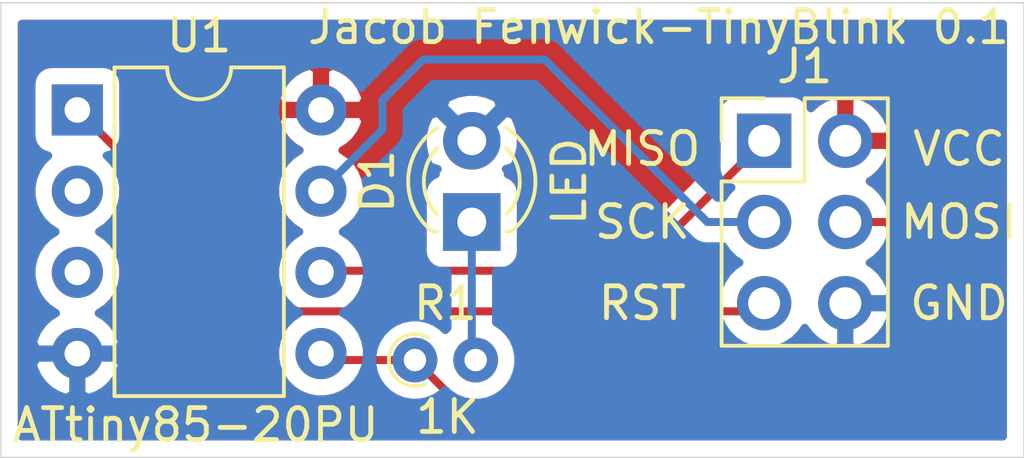
<source format=kicad_pcb>
(kicad_pcb (version 20171130) (host pcbnew "(5.1.8)-1")

  (general
    (thickness 1.6)
    (drawings 14)
    (tracks 28)
    (zones 0)
    (modules 4)
    (nets 10)
  )

  (page A4)
  (layers
    (0 F.Cu signal)
    (31 B.Cu signal)
    (32 B.Adhes user)
    (33 F.Adhes user)
    (34 B.Paste user)
    (35 F.Paste user)
    (36 B.SilkS user)
    (37 F.SilkS user)
    (38 B.Mask user)
    (39 F.Mask user)
    (40 Dwgs.User user)
    (41 Cmts.User user)
    (42 Eco1.User user)
    (43 Eco2.User user)
    (44 Edge.Cuts user)
    (45 Margin user)
    (46 B.CrtYd user)
    (47 F.CrtYd user)
    (48 B.Fab user)
    (49 F.Fab user)
  )

  (setup
    (last_trace_width 0.25)
    (trace_clearance 0.2)
    (zone_clearance 0.508)
    (zone_45_only no)
    (trace_min 0.2)
    (via_size 0.8)
    (via_drill 0.4)
    (via_min_size 0.4)
    (via_min_drill 0.3)
    (uvia_size 0.3)
    (uvia_drill 0.1)
    (uvias_allowed no)
    (uvia_min_size 0.2)
    (uvia_min_drill 0.1)
    (edge_width 0.05)
    (segment_width 0.2)
    (pcb_text_width 0.3)
    (pcb_text_size 1.5 1.5)
    (mod_edge_width 0.12)
    (mod_text_size 1 1)
    (mod_text_width 0.15)
    (pad_size 1.524 1.524)
    (pad_drill 0.762)
    (pad_to_mask_clearance 0)
    (aux_axis_origin 0 0)
    (visible_elements 7FFFEFFF)
    (pcbplotparams
      (layerselection 0x010fc_ffffffff)
      (usegerberextensions false)
      (usegerberattributes true)
      (usegerberadvancedattributes true)
      (creategerberjobfile true)
      (excludeedgelayer true)
      (linewidth 0.100000)
      (plotframeref false)
      (viasonmask false)
      (mode 1)
      (useauxorigin false)
      (hpglpennumber 1)
      (hpglpenspeed 20)
      (hpglpendiameter 15.000000)
      (psnegative false)
      (psa4output false)
      (plotreference true)
      (plotvalue true)
      (plotinvisibletext false)
      (padsonsilk false)
      (subtractmaskfromsilk false)
      (outputformat 1)
      (mirror false)
      (drillshape 1)
      (scaleselection 1)
      (outputdirectory ""))
  )

  (net 0 "")
  (net 1 "Net-(D1-Pad1)")
  (net 2 "Net-(J1-Pad1)")
  (net 3 "Net-(J1-Pad3)")
  (net 4 "Net-(J1-Pad4)")
  (net 5 "Net-(J1-Pad5)")
  (net 6 "Net-(U1-Pad2)")
  (net 7 "Net-(U1-Pad3)")
  (net 8 GND)
  (net 9 VCC)

  (net_class Default "This is the default net class."
    (clearance 0.2)
    (trace_width 0.25)
    (via_dia 0.8)
    (via_drill 0.4)
    (uvia_dia 0.3)
    (uvia_drill 0.1)
    (add_net GND)
    (add_net "Net-(D1-Pad1)")
    (add_net "Net-(J1-Pad1)")
    (add_net "Net-(J1-Pad3)")
    (add_net "Net-(J1-Pad4)")
    (add_net "Net-(J1-Pad5)")
    (add_net "Net-(U1-Pad2)")
    (add_net "Net-(U1-Pad3)")
    (add_net VCC)
  )

  (module LED_THT:LED_D3.0mm (layer F.Cu) (tedit 587A3A7B) (tstamp 60750091)
    (at 95.504 148.336 90)
    (descr "LED, diameter 3.0mm, 2 pins")
    (tags "LED diameter 3.0mm 2 pins")
    (path /607557AB)
    (fp_text reference D1 (at 1.27 -2.96 90) (layer F.SilkS)
      (effects (font (size 1 1) (thickness 0.15)))
    )
    (fp_text value LED (at 1.27 2.96 90) (layer F.Fab)
      (effects (font (size 1 1) (thickness 0.15)))
    )
    (fp_line (start 3.7 -2.25) (end -1.15 -2.25) (layer F.CrtYd) (width 0.05))
    (fp_line (start 3.7 2.25) (end 3.7 -2.25) (layer F.CrtYd) (width 0.05))
    (fp_line (start -1.15 2.25) (end 3.7 2.25) (layer F.CrtYd) (width 0.05))
    (fp_line (start -1.15 -2.25) (end -1.15 2.25) (layer F.CrtYd) (width 0.05))
    (fp_line (start -0.29 1.08) (end -0.29 1.236) (layer F.SilkS) (width 0.12))
    (fp_line (start -0.29 -1.236) (end -0.29 -1.08) (layer F.SilkS) (width 0.12))
    (fp_line (start -0.23 -1.16619) (end -0.23 1.16619) (layer F.Fab) (width 0.1))
    (fp_circle (center 1.27 0) (end 2.77 0) (layer F.Fab) (width 0.1))
    (fp_arc (start 1.27 0) (end -0.23 -1.16619) (angle 284.3) (layer F.Fab) (width 0.1))
    (fp_arc (start 1.27 0) (end -0.29 -1.235516) (angle 108.8) (layer F.SilkS) (width 0.12))
    (fp_arc (start 1.27 0) (end -0.29 1.235516) (angle -108.8) (layer F.SilkS) (width 0.12))
    (fp_arc (start 1.27 0) (end 0.229039 -1.08) (angle 87.9) (layer F.SilkS) (width 0.12))
    (fp_arc (start 1.27 0) (end 0.229039 1.08) (angle -87.9) (layer F.SilkS) (width 0.12))
    (pad 1 thru_hole rect (at 0 0 90) (size 1.8 1.8) (drill 0.9) (layers *.Cu *.Mask)
      (net 1 "Net-(D1-Pad1)"))
    (pad 2 thru_hole circle (at 2.54 0 90) (size 1.8 1.8) (drill 0.9) (layers *.Cu *.Mask)
      (net 8 GND))
    (model ${KISYS3DMOD}/LED_THT.3dshapes/LED_D3.0mm.wrl
      (at (xyz 0 0 0))
      (scale (xyz 1 1 1))
      (rotate (xyz 0 0 0))
    )
  )

  (module Resistor_THT:R_Axial_DIN0204_L3.6mm_D1.6mm_P1.90mm_Vertical (layer F.Cu) (tedit 5AE5139B) (tstamp 60755E84)
    (at 93.726 152.654)
    (descr "Resistor, Axial_DIN0204 series, Axial, Vertical, pin pitch=1.9mm, 0.167W, length*diameter=3.6*1.6mm^2, http://cdn-reichelt.de/documents/datenblatt/B400/1_4W%23YAG.pdf")
    (tags "Resistor Axial_DIN0204 series Axial Vertical pin pitch 1.9mm 0.167W length 3.6mm diameter 1.6mm")
    (path /60757603)
    (fp_text reference R1 (at 0.95 -1.778) (layer F.SilkS)
      (effects (font (size 1 1) (thickness 0.15)))
    )
    (fp_text value 1K (at 1.016 1.778) (layer F.Fab)
      (effects (font (size 1 1) (thickness 0.15)))
    )
    (fp_circle (center 0 0) (end 0.8 0) (layer F.Fab) (width 0.1))
    (fp_line (start 0 0) (end 1.9 0) (layer F.Fab) (width 0.1))
    (fp_line (start -1.05 -1.05) (end -1.05 1.05) (layer F.CrtYd) (width 0.05))
    (fp_line (start -1.05 1.05) (end 2.86 1.05) (layer F.CrtYd) (width 0.05))
    (fp_line (start 2.86 1.05) (end 2.86 -1.05) (layer F.CrtYd) (width 0.05))
    (fp_line (start 2.86 -1.05) (end -1.05 -1.05) (layer F.CrtYd) (width 0.05))
    (fp_text user %R (at 0.95 -1.778) (layer F.Fab)
      (effects (font (size 1 1) (thickness 0.15)))
    )
    (fp_arc (start 0 0) (end 0.417133 -0.7) (angle -233.92106) (layer F.SilkS) (width 0.12))
    (pad 2 thru_hole oval (at 1.9 0) (size 1.4 1.4) (drill 0.7) (layers *.Cu *.Mask)
      (net 1 "Net-(D1-Pad1)"))
    (pad 1 thru_hole circle (at 0 0) (size 1.4 1.4) (drill 0.7) (layers *.Cu *.Mask)
      (net 4 "Net-(J1-Pad4)"))
    (model ${KISYS3DMOD}/Resistor_THT.3dshapes/R_Axial_DIN0204_L3.6mm_D1.6mm_P1.90mm_Vertical.wrl
      (at (xyz 0 0 0))
      (scale (xyz 1 1 1))
      (rotate (xyz 0 0 0))
    )
  )

  (module Connector_PinHeader_2.54mm:PinHeader_2x03_P2.54mm_Vertical (layer F.Cu) (tedit 59FED5CC) (tstamp 60754CA7)
    (at 104.648 145.796)
    (descr "Through hole straight pin header, 2x03, 2.54mm pitch, double rows")
    (tags "Through hole pin header THT 2x03 2.54mm double row")
    (path /6074E980)
    (fp_text reference J1 (at 1.27 -2.33) (layer F.SilkS)
      (effects (font (size 1 1) (thickness 0.15)))
    )
    (fp_text value AVR-ISP-6 (at 1.27 7.41) (layer F.Fab)
      (effects (font (size 1 1) (thickness 0.15)))
    )
    (fp_line (start 0 -1.27) (end 3.81 -1.27) (layer F.Fab) (width 0.1))
    (fp_line (start 3.81 -1.27) (end 3.81 6.35) (layer F.Fab) (width 0.1))
    (fp_line (start 3.81 6.35) (end -1.27 6.35) (layer F.Fab) (width 0.1))
    (fp_line (start -1.27 6.35) (end -1.27 0) (layer F.Fab) (width 0.1))
    (fp_line (start -1.27 0) (end 0 -1.27) (layer F.Fab) (width 0.1))
    (fp_line (start -1.33 6.41) (end 3.87 6.41) (layer F.SilkS) (width 0.12))
    (fp_line (start -1.33 1.27) (end -1.33 6.41) (layer F.SilkS) (width 0.12))
    (fp_line (start 3.87 -1.33) (end 3.87 6.41) (layer F.SilkS) (width 0.12))
    (fp_line (start -1.33 1.27) (end 1.27 1.27) (layer F.SilkS) (width 0.12))
    (fp_line (start 1.27 1.27) (end 1.27 -1.33) (layer F.SilkS) (width 0.12))
    (fp_line (start 1.27 -1.33) (end 3.87 -1.33) (layer F.SilkS) (width 0.12))
    (fp_line (start -1.33 0) (end -1.33 -1.33) (layer F.SilkS) (width 0.12))
    (fp_line (start -1.33 -1.33) (end 0 -1.33) (layer F.SilkS) (width 0.12))
    (fp_line (start -1.8 -1.8) (end -1.8 6.85) (layer F.CrtYd) (width 0.05))
    (fp_line (start -1.8 6.85) (end 4.35 6.85) (layer F.CrtYd) (width 0.05))
    (fp_line (start 4.35 6.85) (end 4.35 -1.8) (layer F.CrtYd) (width 0.05))
    (fp_line (start 4.35 -1.8) (end -1.8 -1.8) (layer F.CrtYd) (width 0.05))
    (fp_text user %R (at 1.27 2.54 90) (layer F.Fab)
      (effects (font (size 1 1) (thickness 0.15)))
    )
    (pad 1 thru_hole rect (at 0 0) (size 1.7 1.7) (drill 1) (layers *.Cu *.Mask)
      (net 2 "Net-(J1-Pad1)"))
    (pad 2 thru_hole oval (at 2.54 0) (size 1.7 1.7) (drill 1) (layers *.Cu *.Mask)
      (net 9 VCC))
    (pad 3 thru_hole oval (at 0 2.54) (size 1.7 1.7) (drill 1) (layers *.Cu *.Mask)
      (net 3 "Net-(J1-Pad3)"))
    (pad 4 thru_hole oval (at 2.54 2.54) (size 1.7 1.7) (drill 1) (layers *.Cu *.Mask)
      (net 4 "Net-(J1-Pad4)"))
    (pad 5 thru_hole oval (at 0 5.08) (size 1.7 1.7) (drill 1) (layers *.Cu *.Mask)
      (net 5 "Net-(J1-Pad5)"))
    (pad 6 thru_hole oval (at 2.54 5.08) (size 1.7 1.7) (drill 1) (layers *.Cu *.Mask)
      (net 8 GND))
    (model ${KISYS3DMOD}/Connector_PinHeader_2.54mm.3dshapes/PinHeader_2x03_P2.54mm_Vertical.wrl
      (at (xyz 0 0 0))
      (scale (xyz 1 1 1))
      (rotate (xyz 0 0 0))
    )
  )

  (module Package_DIP:DIP-8_W7.62mm (layer F.Cu) (tedit 5A02E8C5) (tstamp 60754CD1)
    (at 83.167001 144.831001)
    (descr "8-lead though-hole mounted DIP package, row spacing 7.62 mm (300 mils)")
    (tags "THT DIP DIL PDIP 2.54mm 7.62mm 300mil")
    (path /6074E29B)
    (fp_text reference U1 (at 3.81 -2.33) (layer F.SilkS)
      (effects (font (size 1 1) (thickness 0.15)))
    )
    (fp_text value ATtiny85-20PU (at 3.81 9.95) (layer F.Fab)
      (effects (font (size 1 1) (thickness 0.15)))
    )
    (fp_line (start 1.635 -1.27) (end 6.985 -1.27) (layer F.Fab) (width 0.1))
    (fp_line (start 6.985 -1.27) (end 6.985 8.89) (layer F.Fab) (width 0.1))
    (fp_line (start 6.985 8.89) (end 0.635 8.89) (layer F.Fab) (width 0.1))
    (fp_line (start 0.635 8.89) (end 0.635 -0.27) (layer F.Fab) (width 0.1))
    (fp_line (start 0.635 -0.27) (end 1.635 -1.27) (layer F.Fab) (width 0.1))
    (fp_line (start 2.81 -1.33) (end 1.16 -1.33) (layer F.SilkS) (width 0.12))
    (fp_line (start 1.16 -1.33) (end 1.16 8.95) (layer F.SilkS) (width 0.12))
    (fp_line (start 1.16 8.95) (end 6.46 8.95) (layer F.SilkS) (width 0.12))
    (fp_line (start 6.46 8.95) (end 6.46 -1.33) (layer F.SilkS) (width 0.12))
    (fp_line (start 6.46 -1.33) (end 4.81 -1.33) (layer F.SilkS) (width 0.12))
    (fp_line (start -1.1 -1.55) (end -1.1 9.15) (layer F.CrtYd) (width 0.05))
    (fp_line (start -1.1 9.15) (end 8.7 9.15) (layer F.CrtYd) (width 0.05))
    (fp_line (start 8.7 9.15) (end 8.7 -1.55) (layer F.CrtYd) (width 0.05))
    (fp_line (start 8.7 -1.55) (end -1.1 -1.55) (layer F.CrtYd) (width 0.05))
    (fp_arc (start 3.81 -1.33) (end 2.81 -1.33) (angle -180) (layer F.SilkS) (width 0.12))
    (fp_text user %R (at 3.81 3.81) (layer F.Fab)
      (effects (font (size 1 1) (thickness 0.15)))
    )
    (pad 1 thru_hole rect (at 0 0) (size 1.6 1.6) (drill 0.8) (layers *.Cu *.Mask)
      (net 5 "Net-(J1-Pad5)"))
    (pad 5 thru_hole oval (at 7.62 7.62) (size 1.6 1.6) (drill 0.8) (layers *.Cu *.Mask)
      (net 4 "Net-(J1-Pad4)"))
    (pad 2 thru_hole oval (at 0 2.54) (size 1.6 1.6) (drill 0.8) (layers *.Cu *.Mask)
      (net 6 "Net-(U1-Pad2)"))
    (pad 6 thru_hole oval (at 7.62 5.08) (size 1.6 1.6) (drill 0.8) (layers *.Cu *.Mask)
      (net 2 "Net-(J1-Pad1)"))
    (pad 3 thru_hole oval (at 0 5.08) (size 1.6 1.6) (drill 0.8) (layers *.Cu *.Mask)
      (net 7 "Net-(U1-Pad3)"))
    (pad 7 thru_hole oval (at 7.62 2.54) (size 1.6 1.6) (drill 0.8) (layers *.Cu *.Mask)
      (net 3 "Net-(J1-Pad3)"))
    (pad 4 thru_hole oval (at 0 7.62) (size 1.6 1.6) (drill 0.8) (layers *.Cu *.Mask)
      (net 8 GND))
    (pad 8 thru_hole oval (at 7.62 0) (size 1.6 1.6) (drill 0.8) (layers *.Cu *.Mask)
      (net 9 VCC))
    (model ${KISYS3DMOD}/Package_DIP.3dshapes/DIP-8_W7.62mm.wrl
      (at (xyz 0 0 0))
      (scale (xyz 1 1 1))
      (rotate (xyz 0 0 0))
    )
  )

  (gr_text "Jacob Fenwick-TinyBlink 0.1" (at 101.346 142.24) (layer F.SilkS)
    (effects (font (size 1 1) (thickness 0.15)))
  )
  (gr_text ATtiny85-20PU (at 86.868 154.686) (layer F.SilkS)
    (effects (font (size 1 1) (thickness 0.15)))
  )
  (gr_line (start 80.772 141.478) (end 80.772 155.702) (layer Edge.Cuts) (width 0.05) (tstamp 60848802))
  (gr_line (start 112.776 141.478) (end 80.772 141.478) (layer Edge.Cuts) (width 0.05))
  (gr_line (start 112.776 155.702) (end 112.776 141.478) (layer Edge.Cuts) (width 0.05))
  (gr_line (start 80.772 155.702) (end 112.776 155.702) (layer Edge.Cuts) (width 0.05))
  (gr_text LED (at 98.552 147.066 90) (layer F.SilkS)
    (effects (font (size 1 1) (thickness 0.15)))
  )
  (gr_text 1K (at 94.742 154.432) (layer F.SilkS)
    (effects (font (size 1 1) (thickness 0.15)))
  )
  (gr_text GND (at 110.744 150.876) (layer F.SilkS)
    (effects (font (size 1 1) (thickness 0.15)))
  )
  (gr_text RST (at 100.838 150.876) (layer F.SilkS)
    (effects (font (size 1 1) (thickness 0.15)))
  )
  (gr_text MOSI (at 110.744 148.336) (layer F.SilkS)
    (effects (font (size 1 1) (thickness 0.15)))
  )
  (gr_text SCK (at 100.838 148.336) (layer F.SilkS)
    (effects (font (size 1 1) (thickness 0.15)))
  )
  (gr_text VCC (at 110.744 146.05) (layer F.SilkS)
    (effects (font (size 1 1) (thickness 0.15)))
  )
  (gr_text MISO (at 100.838 146.05) (layer F.SilkS)
    (effects (font (size 1 1) (thickness 0.15)))
  )

  (segment (start 95.504 152.532) (end 95.626 152.654) (width 0.25) (layer F.Cu) (net 1))
  (segment (start 95.504 152.532) (end 95.626 152.654) (width 0.25) (layer B.Cu) (net 1))
  (segment (start 95.504 148.336) (end 95.504 152.532) (width 0.25) (layer B.Cu) (net 1))
  (segment (start 104.648 145.796) (end 100.584 149.86) (width 0.25) (layer F.Cu) (net 2))
  (segment (start 90.838002 149.86) (end 90.787001 149.911001) (width 0.25) (layer F.Cu) (net 2))
  (segment (start 100.584 149.86) (end 90.838002 149.86) (width 0.25) (layer F.Cu) (net 2))
  (segment (start 102.87 148.336) (end 104.648 148.336) (width 0.25) (layer B.Cu) (net 3))
  (segment (start 102.87 148.336) (end 97.79 143.256) (width 0.25) (layer B.Cu) (net 3))
  (segment (start 97.79 143.256) (end 93.98 143.256) (width 0.25) (layer B.Cu) (net 3))
  (segment (start 90.787001 147.371001) (end 92.71 145.448002) (width 0.25) (layer B.Cu) (net 3))
  (segment (start 92.71 144.526) (end 93.98 143.256) (width 0.25) (layer B.Cu) (net 3))
  (segment (start 92.71 145.448002) (end 92.71 144.526) (width 0.25) (layer B.Cu) (net 3))
  (segment (start 93.523001 152.451001) (end 93.726 152.654) (width 0.25) (layer F.Cu) (net 4))
  (segment (start 93.523001 152.451001) (end 93.726 152.654) (width 0.25) (layer B.Cu) (net 4))
  (segment (start 107.188 148.336) (end 108.458 148.336) (width 0.25) (layer F.Cu) (net 4))
  (segment (start 108.458 148.336) (end 108.966 148.844) (width 0.25) (layer F.Cu) (net 4))
  (segment (start 108.966 148.844) (end 108.966 152.146) (width 0.25) (layer F.Cu) (net 4))
  (segment (start 108.966 152.146) (end 106.934 154.178) (width 0.25) (layer F.Cu) (net 4))
  (segment (start 95.25 154.178) (end 93.726 152.654) (width 0.25) (layer F.Cu) (net 4))
  (segment (start 106.934 154.178) (end 95.25 154.178) (width 0.25) (layer F.Cu) (net 4))
  (segment (start 90.99 152.654) (end 90.787001 152.451001) (width 0.25) (layer F.Cu) (net 4))
  (segment (start 93.726 152.654) (end 90.99 152.654) (width 0.25) (layer F.Cu) (net 4))
  (segment (start 83.167001 144.831001) (end 83.167001 144.889001) (width 0.25) (layer B.Cu) (net 5))
  (segment (start 104.198 151.326) (end 104.648 150.876) (width 0.25) (layer B.Cu) (net 5))
  (segment (start 104.394 151.13) (end 104.648 150.876) (width 0.25) (layer B.Cu) (net 5))
  (segment (start 83.167001 144.831001) (end 89.466 151.13) (width 0.25) (layer F.Cu) (net 5))
  (segment (start 104.394 151.13) (end 104.648 150.876) (width 0.25) (layer F.Cu) (net 5))
  (segment (start 89.466 151.13) (end 104.394 151.13) (width 0.25) (layer F.Cu) (net 5))

  (zone (net 8) (net_name GND) (layer B.Cu) (tstamp 0) (hatch edge 0.508)
    (connect_pads (clearance 0.508))
    (min_thickness 0.254)
    (fill yes (arc_segments 32) (thermal_gap 0.508) (thermal_bridge_width 0.508))
    (polygon
      (pts
        (xy 112.776 155.702) (xy 80.772 155.702) (xy 80.772 141.478) (xy 112.776 141.478)
      )
    )
    (filled_polygon
      (pts
        (xy 112.116 155.042) (xy 81.432 155.042) (xy 81.432 152.80004) (xy 81.775097 152.80004) (xy 81.815755 152.934088)
        (xy 81.935964 153.188421) (xy 82.103482 153.414415) (xy 82.31187 153.603386) (xy 82.55312 153.748071) (xy 82.817961 153.84291)
        (xy 83.040001 153.721625) (xy 83.040001 152.578001) (xy 83.294001 152.578001) (xy 83.294001 153.721625) (xy 83.516041 153.84291)
        (xy 83.780882 153.748071) (xy 84.022132 153.603386) (xy 84.23052 153.414415) (xy 84.398038 153.188421) (xy 84.518247 152.934088)
        (xy 84.558905 152.80004) (xy 84.436916 152.578001) (xy 83.294001 152.578001) (xy 83.040001 152.578001) (xy 81.897086 152.578001)
        (xy 81.775097 152.80004) (xy 81.432 152.80004) (xy 81.432 144.031001) (xy 81.728929 144.031001) (xy 81.728929 145.631001)
        (xy 81.741189 145.755483) (xy 81.777499 145.875181) (xy 81.836464 145.985495) (xy 81.915816 146.082186) (xy 82.012507 146.161538)
        (xy 82.122821 146.220503) (xy 82.242519 146.256813) (xy 82.250962 146.257644) (xy 82.052364 146.456242) (xy 81.895321 146.691274)
        (xy 81.787148 146.952427) (xy 81.732001 147.229666) (xy 81.732001 147.512336) (xy 81.787148 147.789575) (xy 81.895321 148.050728)
        (xy 82.052364 148.28576) (xy 82.252242 148.485638) (xy 82.48476 148.641001) (xy 82.252242 148.796364) (xy 82.052364 148.996242)
        (xy 81.895321 149.231274) (xy 81.787148 149.492427) (xy 81.732001 149.769666) (xy 81.732001 150.052336) (xy 81.787148 150.329575)
        (xy 81.895321 150.590728) (xy 82.052364 150.82576) (xy 82.252242 151.025638) (xy 82.487274 151.182681) (xy 82.497866 151.187068)
        (xy 82.31187 151.298616) (xy 82.103482 151.487587) (xy 81.935964 151.713581) (xy 81.815755 151.967914) (xy 81.775097 152.101962)
        (xy 81.897086 152.324001) (xy 83.040001 152.324001) (xy 83.040001 152.304001) (xy 83.294001 152.304001) (xy 83.294001 152.324001)
        (xy 84.436916 152.324001) (xy 84.558905 152.101962) (xy 84.518247 151.967914) (xy 84.398038 151.713581) (xy 84.23052 151.487587)
        (xy 84.022132 151.298616) (xy 83.836136 151.187068) (xy 83.846728 151.182681) (xy 84.08176 151.025638) (xy 84.281638 150.82576)
        (xy 84.438681 150.590728) (xy 84.546854 150.329575) (xy 84.602001 150.052336) (xy 84.602001 149.769666) (xy 84.546854 149.492427)
        (xy 84.438681 149.231274) (xy 84.281638 148.996242) (xy 84.08176 148.796364) (xy 83.849242 148.641001) (xy 84.08176 148.485638)
        (xy 84.281638 148.28576) (xy 84.438681 148.050728) (xy 84.546854 147.789575) (xy 84.602001 147.512336) (xy 84.602001 147.229666)
        (xy 84.546854 146.952427) (xy 84.438681 146.691274) (xy 84.281638 146.456242) (xy 84.08304 146.257644) (xy 84.091483 146.256813)
        (xy 84.211181 146.220503) (xy 84.321495 146.161538) (xy 84.418186 146.082186) (xy 84.497538 145.985495) (xy 84.556503 145.875181)
        (xy 84.592813 145.755483) (xy 84.605073 145.631001) (xy 84.605073 144.689666) (xy 89.352001 144.689666) (xy 89.352001 144.972336)
        (xy 89.407148 145.249575) (xy 89.515321 145.510728) (xy 89.672364 145.74576) (xy 89.872242 145.945638) (xy 90.10476 146.101001)
        (xy 89.872242 146.256364) (xy 89.672364 146.456242) (xy 89.515321 146.691274) (xy 89.407148 146.952427) (xy 89.352001 147.229666)
        (xy 89.352001 147.512336) (xy 89.407148 147.789575) (xy 89.515321 148.050728) (xy 89.672364 148.28576) (xy 89.872242 148.485638)
        (xy 90.10476 148.641001) (xy 89.872242 148.796364) (xy 89.672364 148.996242) (xy 89.515321 149.231274) (xy 89.407148 149.492427)
        (xy 89.352001 149.769666) (xy 89.352001 150.052336) (xy 89.407148 150.329575) (xy 89.515321 150.590728) (xy 89.672364 150.82576)
        (xy 89.872242 151.025638) (xy 90.10476 151.181001) (xy 89.872242 151.336364) (xy 89.672364 151.536242) (xy 89.515321 151.771274)
        (xy 89.407148 152.032427) (xy 89.352001 152.309666) (xy 89.352001 152.592336) (xy 89.407148 152.869575) (xy 89.515321 153.130728)
        (xy 89.672364 153.36576) (xy 89.872242 153.565638) (xy 90.107274 153.722681) (xy 90.368427 153.830854) (xy 90.645666 153.886001)
        (xy 90.928336 153.886001) (xy 91.205575 153.830854) (xy 91.466728 153.722681) (xy 91.70176 153.565638) (xy 91.901638 153.36576)
        (xy 92.058681 153.130728) (xy 92.166854 152.869575) (xy 92.222001 152.592336) (xy 92.222001 152.522514) (xy 92.391 152.522514)
        (xy 92.391 152.785486) (xy 92.442304 153.043405) (xy 92.542939 153.286359) (xy 92.689038 153.505013) (xy 92.874987 153.690962)
        (xy 93.093641 153.837061) (xy 93.336595 153.937696) (xy 93.594514 153.989) (xy 93.857486 153.989) (xy 94.115405 153.937696)
        (xy 94.358359 153.837061) (xy 94.577013 153.690962) (xy 94.676 153.591975) (xy 94.774987 153.690962) (xy 94.993641 153.837061)
        (xy 95.236595 153.937696) (xy 95.494514 153.989) (xy 95.757486 153.989) (xy 96.015405 153.937696) (xy 96.258359 153.837061)
        (xy 96.477013 153.690962) (xy 96.662962 153.505013) (xy 96.809061 153.286359) (xy 96.909696 153.043405) (xy 96.961 152.785486)
        (xy 96.961 152.522514) (xy 96.909696 152.264595) (xy 96.809061 152.021641) (xy 96.662962 151.802987) (xy 96.477013 151.617038)
        (xy 96.264 151.474708) (xy 96.264 149.874072) (xy 96.404 149.874072) (xy 96.528482 149.861812) (xy 96.64818 149.825502)
        (xy 96.758494 149.766537) (xy 96.855185 149.687185) (xy 96.934537 149.590494) (xy 96.993502 149.48018) (xy 97.029812 149.360482)
        (xy 97.042072 149.236) (xy 97.042072 147.436) (xy 97.029812 147.311518) (xy 96.993502 147.19182) (xy 96.934537 147.081506)
        (xy 96.855185 146.984815) (xy 96.758494 146.905463) (xy 96.64818 146.846498) (xy 96.637265 146.843187) (xy 96.68403 146.796422)
        (xy 96.568082 146.680474) (xy 96.822261 146.596792) (xy 96.953158 146.324225) (xy 97.028365 146.031358) (xy 97.044991 145.729447)
        (xy 97.002397 145.430093) (xy 96.902222 145.144801) (xy 96.822261 144.995208) (xy 96.56808 144.911525) (xy 95.683605 145.796)
        (xy 95.697748 145.810143) (xy 95.518143 145.989748) (xy 95.504 145.975605) (xy 95.489858 145.989748) (xy 95.310253 145.810143)
        (xy 95.324395 145.796) (xy 94.43992 144.911525) (xy 94.185739 144.995208) (xy 94.054842 145.267775) (xy 93.979635 145.560642)
        (xy 93.963009 145.862553) (xy 94.005603 146.161907) (xy 94.105778 146.447199) (xy 94.185739 146.596792) (xy 94.439918 146.680474)
        (xy 94.32397 146.796422) (xy 94.370735 146.843187) (xy 94.35982 146.846498) (xy 94.249506 146.905463) (xy 94.152815 146.984815)
        (xy 94.073463 147.081506) (xy 94.014498 147.19182) (xy 93.978188 147.311518) (xy 93.965928 147.436) (xy 93.965928 149.236)
        (xy 93.978188 149.360482) (xy 94.014498 149.48018) (xy 94.073463 149.590494) (xy 94.152815 149.687185) (xy 94.249506 149.766537)
        (xy 94.35982 149.825502) (xy 94.479518 149.861812) (xy 94.604 149.874072) (xy 94.744 149.874072) (xy 94.744001 151.648024)
        (xy 94.676 151.716025) (xy 94.577013 151.617038) (xy 94.358359 151.470939) (xy 94.115405 151.370304) (xy 93.857486 151.319)
        (xy 93.594514 151.319) (xy 93.336595 151.370304) (xy 93.093641 151.470939) (xy 92.874987 151.617038) (xy 92.689038 151.802987)
        (xy 92.542939 152.021641) (xy 92.442304 152.264595) (xy 92.391 152.522514) (xy 92.222001 152.522514) (xy 92.222001 152.309666)
        (xy 92.166854 152.032427) (xy 92.058681 151.771274) (xy 91.901638 151.536242) (xy 91.70176 151.336364) (xy 91.469242 151.181001)
        (xy 91.70176 151.025638) (xy 91.901638 150.82576) (xy 92.058681 150.590728) (xy 92.166854 150.329575) (xy 92.222001 150.052336)
        (xy 92.222001 149.769666) (xy 92.166854 149.492427) (xy 92.058681 149.231274) (xy 91.901638 148.996242) (xy 91.70176 148.796364)
        (xy 91.469242 148.641001) (xy 91.70176 148.485638) (xy 91.901638 148.28576) (xy 92.058681 148.050728) (xy 92.166854 147.789575)
        (xy 92.222001 147.512336) (xy 92.222001 147.229666) (xy 92.185689 147.047115) (xy 93.221004 146.0118) (xy 93.250001 145.988003)
        (xy 93.344974 145.872278) (xy 93.415546 145.740249) (xy 93.459003 145.596988) (xy 93.47 145.485335) (xy 93.47 145.485326)
        (xy 93.473676 145.448003) (xy 93.47 145.41068) (xy 93.47 144.840801) (xy 93.578881 144.73192) (xy 94.619525 144.73192)
        (xy 95.504 145.616395) (xy 96.388475 144.73192) (xy 96.304792 144.477739) (xy 96.032225 144.346842) (xy 95.739358 144.271635)
        (xy 95.437447 144.255009) (xy 95.138093 144.297603) (xy 94.852801 144.397778) (xy 94.703208 144.477739) (xy 94.619525 144.73192)
        (xy 93.578881 144.73192) (xy 94.294802 144.016) (xy 97.475199 144.016) (xy 102.306201 148.847003) (xy 102.329999 148.876001)
        (xy 102.358997 148.899799) (xy 102.445723 148.970974) (xy 102.492996 148.996242) (xy 102.577753 149.041546) (xy 102.721014 149.085003)
        (xy 102.832667 149.096) (xy 102.832677 149.096) (xy 102.87 149.099676) (xy 102.907323 149.096) (xy 103.369822 149.096)
        (xy 103.494525 149.282632) (xy 103.701368 149.489475) (xy 103.87576 149.606) (xy 103.701368 149.722525) (xy 103.494525 149.929368)
        (xy 103.33201 150.172589) (xy 103.220068 150.442842) (xy 103.163 150.72974) (xy 103.163 151.02226) (xy 103.220068 151.309158)
        (xy 103.33201 151.579411) (xy 103.494525 151.822632) (xy 103.701368 152.029475) (xy 103.944589 152.19199) (xy 104.214842 152.303932)
        (xy 104.50174 152.361) (xy 104.79426 152.361) (xy 105.081158 152.303932) (xy 105.351411 152.19199) (xy 105.594632 152.029475)
        (xy 105.801475 151.822632) (xy 105.9191 151.646594) (xy 106.090412 151.876269) (xy 106.306645 152.071178) (xy 106.556748 152.220157)
        (xy 106.831109 152.317481) (xy 107.061 152.196814) (xy 107.061 151.003) (xy 107.315 151.003) (xy 107.315 152.196814)
        (xy 107.544891 152.317481) (xy 107.819252 152.220157) (xy 108.069355 152.071178) (xy 108.285588 151.876269) (xy 108.459641 151.64292)
        (xy 108.584825 151.380099) (xy 108.629476 151.23289) (xy 108.508155 151.003) (xy 107.315 151.003) (xy 107.061 151.003)
        (xy 107.041 151.003) (xy 107.041 150.749) (xy 107.061 150.749) (xy 107.061 150.729) (xy 107.315 150.729)
        (xy 107.315 150.749) (xy 108.508155 150.749) (xy 108.629476 150.51911) (xy 108.584825 150.371901) (xy 108.459641 150.10908)
        (xy 108.285588 149.875731) (xy 108.069355 149.680822) (xy 107.952466 149.611195) (xy 108.134632 149.489475) (xy 108.341475 149.282632)
        (xy 108.50399 149.039411) (xy 108.615932 148.769158) (xy 108.673 148.48226) (xy 108.673 148.18974) (xy 108.615932 147.902842)
        (xy 108.50399 147.632589) (xy 108.341475 147.389368) (xy 108.134632 147.182525) (xy 107.96024 147.066) (xy 108.134632 146.949475)
        (xy 108.341475 146.742632) (xy 108.50399 146.499411) (xy 108.615932 146.229158) (xy 108.673 145.94226) (xy 108.673 145.64974)
        (xy 108.615932 145.362842) (xy 108.50399 145.092589) (xy 108.341475 144.849368) (xy 108.134632 144.642525) (xy 107.891411 144.48001)
        (xy 107.621158 144.368068) (xy 107.33426 144.311) (xy 107.04174 144.311) (xy 106.754842 144.368068) (xy 106.484589 144.48001)
        (xy 106.241368 144.642525) (xy 106.109513 144.77438) (xy 106.087502 144.70182) (xy 106.028537 144.591506) (xy 105.949185 144.494815)
        (xy 105.852494 144.415463) (xy 105.74218 144.356498) (xy 105.622482 144.320188) (xy 105.498 144.307928) (xy 103.798 144.307928)
        (xy 103.673518 144.320188) (xy 103.55382 144.356498) (xy 103.443506 144.415463) (xy 103.346815 144.494815) (xy 103.267463 144.591506)
        (xy 103.208498 144.70182) (xy 103.172188 144.821518) (xy 103.159928 144.946) (xy 103.159928 146.646) (xy 103.172188 146.770482)
        (xy 103.208498 146.89018) (xy 103.267463 147.000494) (xy 103.346815 147.097185) (xy 103.443506 147.176537) (xy 103.55382 147.235502)
        (xy 103.62638 147.257513) (xy 103.494525 147.389368) (xy 103.369822 147.576) (xy 103.184802 147.576) (xy 98.353804 142.745003)
        (xy 98.330001 142.715999) (xy 98.214276 142.621026) (xy 98.082247 142.550454) (xy 97.938986 142.506997) (xy 97.827333 142.496)
        (xy 97.827322 142.496) (xy 97.79 142.492324) (xy 97.752678 142.496) (xy 94.017322 142.496) (xy 93.979999 142.492324)
        (xy 93.942676 142.496) (xy 93.942667 142.496) (xy 93.831014 142.506997) (xy 93.687753 142.550454) (xy 93.555724 142.621026)
        (xy 93.439999 142.715999) (xy 93.416201 142.744997) (xy 92.198998 143.962201) (xy 92.17 143.985999) (xy 92.146202 144.014997)
        (xy 92.146201 144.014998) (xy 92.075026 144.101724) (xy 92.053047 144.142843) (xy 91.901638 143.916242) (xy 91.70176 143.716364)
        (xy 91.466728 143.559321) (xy 91.205575 143.451148) (xy 90.928336 143.396001) (xy 90.645666 143.396001) (xy 90.368427 143.451148)
        (xy 90.107274 143.559321) (xy 89.872242 143.716364) (xy 89.672364 143.916242) (xy 89.515321 144.151274) (xy 89.407148 144.412427)
        (xy 89.352001 144.689666) (xy 84.605073 144.689666) (xy 84.605073 144.031001) (xy 84.592813 143.906519) (xy 84.556503 143.786821)
        (xy 84.497538 143.676507) (xy 84.418186 143.579816) (xy 84.321495 143.500464) (xy 84.211181 143.441499) (xy 84.091483 143.405189)
        (xy 83.967001 143.392929) (xy 82.367001 143.392929) (xy 82.242519 143.405189) (xy 82.122821 143.441499) (xy 82.012507 143.500464)
        (xy 81.915816 143.579816) (xy 81.836464 143.676507) (xy 81.777499 143.786821) (xy 81.741189 143.906519) (xy 81.728929 144.031001)
        (xy 81.432 144.031001) (xy 81.432 142.138) (xy 112.116001 142.138)
      )
    )
  )
  (zone (net 9) (net_name VCC) (layer F.Cu) (tstamp 0) (hatch edge 0.508)
    (connect_pads (clearance 0.508))
    (min_thickness 0.254)
    (fill yes (arc_segments 32) (thermal_gap 0.508) (thermal_bridge_width 0.508))
    (polygon
      (pts
        (xy 112.776 155.702) (xy 80.772 155.702) (xy 80.772 141.478) (xy 112.776 141.478)
      )
    )
    (filled_polygon
      (pts
        (xy 112.116 155.042) (xy 81.432 155.042) (xy 81.432 144.031001) (xy 81.728929 144.031001) (xy 81.728929 145.631001)
        (xy 81.741189 145.755483) (xy 81.777499 145.875181) (xy 81.836464 145.985495) (xy 81.915816 146.082186) (xy 82.012507 146.161538)
        (xy 82.122821 146.220503) (xy 82.242519 146.256813) (xy 82.250962 146.257644) (xy 82.052364 146.456242) (xy 81.895321 146.691274)
        (xy 81.787148 146.952427) (xy 81.732001 147.229666) (xy 81.732001 147.512336) (xy 81.787148 147.789575) (xy 81.895321 148.050728)
        (xy 82.052364 148.28576) (xy 82.252242 148.485638) (xy 82.48476 148.641001) (xy 82.252242 148.796364) (xy 82.052364 148.996242)
        (xy 81.895321 149.231274) (xy 81.787148 149.492427) (xy 81.732001 149.769666) (xy 81.732001 150.052336) (xy 81.787148 150.329575)
        (xy 81.895321 150.590728) (xy 82.052364 150.82576) (xy 82.252242 151.025638) (xy 82.48476 151.181001) (xy 82.252242 151.336364)
        (xy 82.052364 151.536242) (xy 81.895321 151.771274) (xy 81.787148 152.032427) (xy 81.732001 152.309666) (xy 81.732001 152.592336)
        (xy 81.787148 152.869575) (xy 81.895321 153.130728) (xy 82.052364 153.36576) (xy 82.252242 153.565638) (xy 82.487274 153.722681)
        (xy 82.748427 153.830854) (xy 83.025666 153.886001) (xy 83.308336 153.886001) (xy 83.585575 153.830854) (xy 83.846728 153.722681)
        (xy 84.08176 153.565638) (xy 84.281638 153.36576) (xy 84.438681 153.130728) (xy 84.546854 152.869575) (xy 84.602001 152.592336)
        (xy 84.602001 152.309666) (xy 84.546854 152.032427) (xy 84.438681 151.771274) (xy 84.281638 151.536242) (xy 84.08176 151.336364)
        (xy 83.849242 151.181001) (xy 84.08176 151.025638) (xy 84.281638 150.82576) (xy 84.438681 150.590728) (xy 84.546854 150.329575)
        (xy 84.602001 150.052336) (xy 84.602001 149.769666) (xy 84.546854 149.492427) (xy 84.438681 149.231274) (xy 84.281638 148.996242)
        (xy 84.08176 148.796364) (xy 83.849242 148.641001) (xy 84.08176 148.485638) (xy 84.281638 148.28576) (xy 84.438681 148.050728)
        (xy 84.546854 147.789575) (xy 84.602001 147.512336) (xy 84.602001 147.340802) (xy 88.902201 151.641003) (xy 88.925999 151.670001)
        (xy 89.041724 151.764974) (xy 89.173753 151.835546) (xy 89.317014 151.879003) (xy 89.428667 151.89) (xy 89.428677 151.89)
        (xy 89.464675 151.893545) (xy 89.407148 152.032427) (xy 89.352001 152.309666) (xy 89.352001 152.592336) (xy 89.407148 152.869575)
        (xy 89.515321 153.130728) (xy 89.672364 153.36576) (xy 89.872242 153.565638) (xy 90.107274 153.722681) (xy 90.368427 153.830854)
        (xy 90.645666 153.886001) (xy 90.928336 153.886001) (xy 91.205575 153.830854) (xy 91.466728 153.722681) (xy 91.70176 153.565638)
        (xy 91.853398 153.414) (xy 92.628225 153.414) (xy 92.689038 153.505013) (xy 92.874987 153.690962) (xy 93.093641 153.837061)
        (xy 93.336595 153.937696) (xy 93.594514 153.989) (xy 93.857486 153.989) (xy 93.964843 153.967645) (xy 94.686205 154.689008)
        (xy 94.709999 154.718001) (xy 94.738992 154.741795) (xy 94.738996 154.741799) (xy 94.809685 154.799811) (xy 94.825724 154.812974)
        (xy 94.957753 154.883546) (xy 95.101014 154.927003) (xy 95.212667 154.938) (xy 95.212676 154.938) (xy 95.249999 154.941676)
        (xy 95.287322 154.938) (xy 106.896678 154.938) (xy 106.934 154.941676) (xy 106.971322 154.938) (xy 106.971333 154.938)
        (xy 107.082986 154.927003) (xy 107.226247 154.883546) (xy 107.358276 154.812974) (xy 107.474001 154.718001) (xy 107.497804 154.688997)
        (xy 109.477003 152.709799) (xy 109.506001 152.686001) (xy 109.58287 152.592336) (xy 109.600974 152.570277) (xy 109.671546 152.438247)
        (xy 109.694749 152.361754) (xy 109.715003 152.294986) (xy 109.726 152.183333) (xy 109.726 152.183323) (xy 109.729676 152.146)
        (xy 109.726 152.108677) (xy 109.726 148.881322) (xy 109.729676 148.843999) (xy 109.726 148.806676) (xy 109.726 148.806667)
        (xy 109.715003 148.695014) (xy 109.671546 148.551753) (xy 109.600974 148.419724) (xy 109.506001 148.303999) (xy 109.477003 148.280202)
        (xy 109.021803 147.825002) (xy 108.998001 147.795999) (xy 108.882276 147.701026) (xy 108.750247 147.630454) (xy 108.606986 147.586997)
        (xy 108.495333 147.576) (xy 108.495322 147.576) (xy 108.464125 147.572927) (xy 108.341475 147.389368) (xy 108.134632 147.182525)
        (xy 107.952466 147.060805) (xy 108.069355 146.991178) (xy 108.285588 146.796269) (xy 108.459641 146.56292) (xy 108.584825 146.300099)
        (xy 108.629476 146.15289) (xy 108.508155 145.923) (xy 107.315 145.923) (xy 107.315 145.943) (xy 107.061 145.943)
        (xy 107.061 145.923) (xy 107.041 145.923) (xy 107.041 145.669) (xy 107.061 145.669) (xy 107.061 144.475186)
        (xy 107.315 144.475186) (xy 107.315 145.669) (xy 108.508155 145.669) (xy 108.629476 145.43911) (xy 108.584825 145.291901)
        (xy 108.459641 145.02908) (xy 108.285588 144.795731) (xy 108.069355 144.600822) (xy 107.819252 144.451843) (xy 107.544891 144.354519)
        (xy 107.315 144.475186) (xy 107.061 144.475186) (xy 106.831109 144.354519) (xy 106.556748 144.451843) (xy 106.306645 144.600822)
        (xy 106.110498 144.777626) (xy 106.087502 144.70182) (xy 106.028537 144.591506) (xy 105.949185 144.494815) (xy 105.852494 144.415463)
        (xy 105.74218 144.356498) (xy 105.622482 144.320188) (xy 105.498 144.307928) (xy 103.798 144.307928) (xy 103.673518 144.320188)
        (xy 103.55382 144.356498) (xy 103.443506 144.415463) (xy 103.346815 144.494815) (xy 103.267463 144.591506) (xy 103.208498 144.70182)
        (xy 103.172188 144.821518) (xy 103.159928 144.946) (xy 103.159928 146.20927) (xy 100.269199 149.1) (xy 97.042072 149.1)
        (xy 97.042072 147.436) (xy 97.029812 147.311518) (xy 96.993502 147.19182) (xy 96.934537 147.081506) (xy 96.855185 146.984815)
        (xy 96.758494 146.905463) (xy 96.64818 146.846498) (xy 96.629873 146.840944) (xy 96.696312 146.774505) (xy 96.864299 146.523095)
        (xy 96.980011 146.243743) (xy 97.039 145.947184) (xy 97.039 145.644816) (xy 96.980011 145.348257) (xy 96.864299 145.068905)
        (xy 96.696312 144.817495) (xy 96.482505 144.603688) (xy 96.231095 144.435701) (xy 95.951743 144.319989) (xy 95.655184 144.261)
        (xy 95.352816 144.261) (xy 95.056257 144.319989) (xy 94.776905 144.435701) (xy 94.525495 144.603688) (xy 94.311688 144.817495)
        (xy 94.143701 145.068905) (xy 94.027989 145.348257) (xy 93.969 145.644816) (xy 93.969 145.947184) (xy 94.027989 146.243743)
        (xy 94.143701 146.523095) (xy 94.311688 146.774505) (xy 94.378127 146.840944) (xy 94.35982 146.846498) (xy 94.249506 146.905463)
        (xy 94.152815 146.984815) (xy 94.073463 147.081506) (xy 94.014498 147.19182) (xy 93.978188 147.311518) (xy 93.965928 147.436)
        (xy 93.965928 149.1) (xy 91.970967 149.1) (xy 91.901638 148.996242) (xy 91.70176 148.796364) (xy 91.469242 148.641001)
        (xy 91.70176 148.485638) (xy 91.901638 148.28576) (xy 92.058681 148.050728) (xy 92.166854 147.789575) (xy 92.222001 147.512336)
        (xy 92.222001 147.229666) (xy 92.166854 146.952427) (xy 92.058681 146.691274) (xy 91.901638 146.456242) (xy 91.70176 146.256364)
        (xy 91.466728 146.099321) (xy 91.456136 146.094934) (xy 91.642132 145.983386) (xy 91.85052 145.794415) (xy 92.018038 145.568421)
        (xy 92.138247 145.314088) (xy 92.178905 145.18004) (xy 92.056916 144.958001) (xy 90.914001 144.958001) (xy 90.914001 144.978001)
        (xy 90.660001 144.978001) (xy 90.660001 144.958001) (xy 89.517086 144.958001) (xy 89.395097 145.18004) (xy 89.435755 145.314088)
        (xy 89.555964 145.568421) (xy 89.723482 145.794415) (xy 89.93187 145.983386) (xy 90.117866 146.094934) (xy 90.107274 146.099321)
        (xy 89.872242 146.256364) (xy 89.672364 146.456242) (xy 89.515321 146.691274) (xy 89.407148 146.952427) (xy 89.352001 147.229666)
        (xy 89.352001 147.512336) (xy 89.407148 147.789575) (xy 89.515321 148.050728) (xy 89.672364 148.28576) (xy 89.872242 148.485638)
        (xy 90.10476 148.641001) (xy 89.872242 148.796364) (xy 89.672364 148.996242) (xy 89.515321 149.231274) (xy 89.407148 149.492427)
        (xy 89.352001 149.769666) (xy 89.352001 149.941199) (xy 84.605073 145.194272) (xy 84.605073 144.481962) (xy 89.395097 144.481962)
        (xy 89.517086 144.704001) (xy 90.660001 144.704001) (xy 90.660001 143.560377) (xy 90.914001 143.560377) (xy 90.914001 144.704001)
        (xy 92.056916 144.704001) (xy 92.178905 144.481962) (xy 92.138247 144.347914) (xy 92.018038 144.093581) (xy 91.85052 143.867587)
        (xy 91.642132 143.678616) (xy 91.400882 143.533931) (xy 91.136041 143.439092) (xy 90.914001 143.560377) (xy 90.660001 143.560377)
        (xy 90.437961 143.439092) (xy 90.17312 143.533931) (xy 89.93187 143.678616) (xy 89.723482 143.867587) (xy 89.555964 144.093581)
        (xy 89.435755 144.347914) (xy 89.395097 144.481962) (xy 84.605073 144.481962) (xy 84.605073 144.031001) (xy 84.592813 143.906519)
        (xy 84.556503 143.786821) (xy 84.497538 143.676507) (xy 84.418186 143.579816) (xy 84.321495 143.500464) (xy 84.211181 143.441499)
        (xy 84.091483 143.405189) (xy 83.967001 143.392929) (xy 82.367001 143.392929) (xy 82.242519 143.405189) (xy 82.122821 143.441499)
        (xy 82.012507 143.500464) (xy 81.915816 143.579816) (xy 81.836464 143.676507) (xy 81.777499 143.786821) (xy 81.741189 143.906519)
        (xy 81.728929 144.031001) (xy 81.432 144.031001) (xy 81.432 142.138) (xy 112.116001 142.138)
      )
    )
  )
)

</source>
